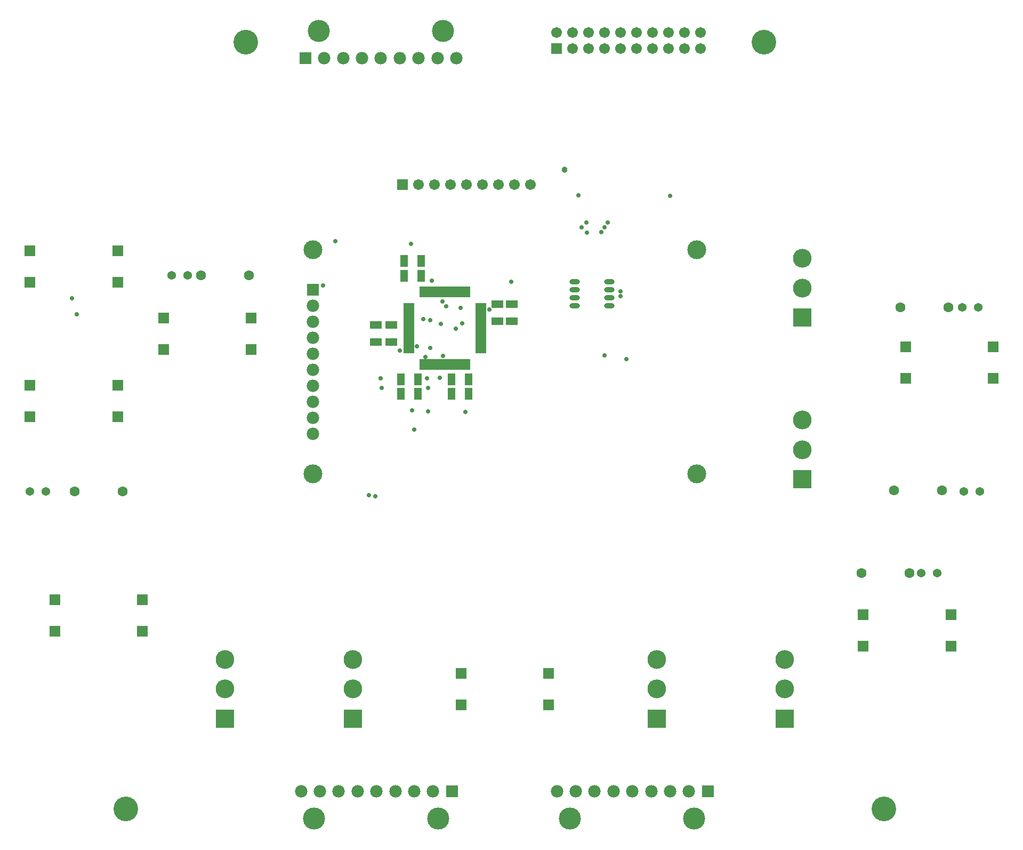
<source format=gts>
G04*
G04 #@! TF.GenerationSoftware,Altium Limited,Altium Designer,20.0.9 (164)*
G04*
G04 Layer_Color=8388736*
%FSLAX25Y25*%
%MOIN*%
G70*
G01*
G75*
%ADD27R,0.05131X0.07493*%
%ADD28R,0.06902X0.07099*%
%ADD29R,0.07493X0.05131*%
%ADD30R,0.01981X0.06509*%
%ADD31R,0.06509X0.01981*%
%ADD32O,0.06509X0.03162*%
%ADD33C,0.05400*%
%ADD34R,0.07800X0.07800*%
%ADD35C,0.07800*%
%ADD36C,0.13800*%
%ADD37C,0.15400*%
%ADD38R,0.06706X0.06706*%
%ADD39C,0.06706*%
%ADD40C,0.06312*%
%ADD41C,0.11800*%
%ADD42R,0.11725X0.11725*%
%ADD43C,0.11725*%
%ADD44C,0.02800*%
%ADD45C,0.03800*%
D27*
X209815Y358000D02*
D03*
X199185D02*
D03*
X197185Y284500D02*
D03*
X207815D02*
D03*
X197185Y293500D02*
D03*
X207815D02*
D03*
X239315Y284500D02*
D03*
X228685D02*
D03*
X239315Y293500D02*
D03*
X228685D02*
D03*
X199185Y367500D02*
D03*
X209815D02*
D03*
D28*
X234539Y109843D02*
D03*
X289461D02*
D03*
X234539Y90157D02*
D03*
X289461D02*
D03*
X48539Y331843D02*
D03*
X103461D02*
D03*
X48539Y312157D02*
D03*
X103461D02*
D03*
X35461Y136157D02*
D03*
X-19461D02*
D03*
X35461Y155843D02*
D03*
X-19461D02*
D03*
X567461Y294157D02*
D03*
X512539D02*
D03*
X567461Y313843D02*
D03*
X512539D02*
D03*
X540961Y126657D02*
D03*
X486039D02*
D03*
X540961Y146343D02*
D03*
X486039D02*
D03*
X-34961Y289843D02*
D03*
X19961D02*
D03*
X-34961Y270157D02*
D03*
X19961D02*
D03*
X-34961Y373843D02*
D03*
X19961D02*
D03*
X-34961Y354157D02*
D03*
X19961D02*
D03*
D29*
X191000Y327315D02*
D03*
Y316685D02*
D03*
X181500Y327315D02*
D03*
Y316685D02*
D03*
X266500Y340500D02*
D03*
Y329870D02*
D03*
X257500Y340315D02*
D03*
Y329685D02*
D03*
D30*
X209736Y348138D02*
D03*
X211705D02*
D03*
X213673D02*
D03*
X215642D02*
D03*
X217610D02*
D03*
X219579D02*
D03*
X221547D02*
D03*
X223516D02*
D03*
X225484D02*
D03*
X227453D02*
D03*
X229421D02*
D03*
X231390D02*
D03*
X233358D02*
D03*
X235327D02*
D03*
X237295D02*
D03*
X239264D02*
D03*
Y302862D02*
D03*
X237295D02*
D03*
X235327D02*
D03*
X233358D02*
D03*
X231390D02*
D03*
X229421D02*
D03*
X227453D02*
D03*
X225484D02*
D03*
X223516D02*
D03*
X221547D02*
D03*
X219579D02*
D03*
X217610D02*
D03*
X215642D02*
D03*
X213673D02*
D03*
X211705D02*
D03*
X209736D02*
D03*
D31*
X247138Y340264D02*
D03*
Y338295D02*
D03*
Y336327D02*
D03*
Y334358D02*
D03*
Y332390D02*
D03*
Y330421D02*
D03*
Y328453D02*
D03*
Y326484D02*
D03*
Y324516D02*
D03*
Y322547D02*
D03*
Y320579D02*
D03*
Y318610D02*
D03*
Y316642D02*
D03*
Y314673D02*
D03*
Y312705D02*
D03*
Y310736D02*
D03*
X201862D02*
D03*
Y312705D02*
D03*
Y314673D02*
D03*
Y316642D02*
D03*
Y318610D02*
D03*
Y320579D02*
D03*
Y322547D02*
D03*
Y324516D02*
D03*
Y326484D02*
D03*
Y328453D02*
D03*
Y330421D02*
D03*
Y332390D02*
D03*
Y334358D02*
D03*
Y336327D02*
D03*
Y338295D02*
D03*
Y340264D02*
D03*
D32*
X327228Y339500D02*
D03*
Y344500D02*
D03*
Y349500D02*
D03*
Y354500D02*
D03*
X305772Y339500D02*
D03*
Y344500D02*
D03*
Y349500D02*
D03*
Y354500D02*
D03*
D33*
X532500Y172500D02*
D03*
X522500D02*
D03*
X559000Y223500D02*
D03*
X549000D02*
D03*
X558000Y338500D02*
D03*
X548000D02*
D03*
X-35000Y223500D02*
D03*
X-25000D02*
D03*
X53559Y358500D02*
D03*
X63559D02*
D03*
D34*
X228950Y36000D02*
D03*
X388950D02*
D03*
X137300Y494000D02*
D03*
X142000Y349500D02*
D03*
D35*
X217150Y36000D02*
D03*
X205350D02*
D03*
X193550D02*
D03*
X181750D02*
D03*
X169950D02*
D03*
X158150D02*
D03*
X146350D02*
D03*
X134550D02*
D03*
X377150D02*
D03*
X365350D02*
D03*
X353550D02*
D03*
X341750D02*
D03*
X329950D02*
D03*
X318150D02*
D03*
X306350D02*
D03*
X294550D02*
D03*
X149100Y494000D02*
D03*
X160900D02*
D03*
X172700D02*
D03*
X184500D02*
D03*
X196300D02*
D03*
X208100D02*
D03*
X219900D02*
D03*
X231700D02*
D03*
X142000Y259500D02*
D03*
Y269500D02*
D03*
Y279500D02*
D03*
Y289500D02*
D03*
Y299500D02*
D03*
Y309500D02*
D03*
Y319500D02*
D03*
Y329500D02*
D03*
Y339500D02*
D03*
D36*
X220450Y19000D02*
D03*
X142850D02*
D03*
X380450D02*
D03*
X302850D02*
D03*
X145800Y511000D02*
D03*
X223400D02*
D03*
D37*
X25000Y25000D02*
D03*
X499000D02*
D03*
X424000Y504000D02*
D03*
X100000D02*
D03*
D38*
X198000Y415000D02*
D03*
X294500Y500000D02*
D03*
D39*
X218000Y415000D02*
D03*
X228000D02*
D03*
X238000D02*
D03*
X248000D02*
D03*
X258000D02*
D03*
X268000D02*
D03*
X278000D02*
D03*
X208000D02*
D03*
X384500Y510000D02*
D03*
X374500D02*
D03*
X364500D02*
D03*
X354500D02*
D03*
X344500D02*
D03*
X334500D02*
D03*
X324500D02*
D03*
X314500D02*
D03*
X304500D02*
D03*
X294500D02*
D03*
X384500Y500000D02*
D03*
X374500D02*
D03*
X364500D02*
D03*
X354500D02*
D03*
X344500D02*
D03*
X334500D02*
D03*
X324500D02*
D03*
X314500D02*
D03*
X304500D02*
D03*
D40*
X102000Y358500D02*
D03*
X72000D02*
D03*
X485000Y172500D02*
D03*
X515000D02*
D03*
X535500Y224000D02*
D03*
X505500D02*
D03*
X-7000Y223500D02*
D03*
X23000D02*
D03*
X509500Y338500D02*
D03*
X539500D02*
D03*
D41*
X142000Y374500D02*
D03*
Y234500D02*
D03*
X382000D02*
D03*
Y374500D02*
D03*
D42*
X87000Y81500D02*
D03*
X167000D02*
D03*
X357000D02*
D03*
X448000Y231000D02*
D03*
Y332000D02*
D03*
X437000Y81500D02*
D03*
D43*
X87000Y100004D02*
D03*
Y118508D02*
D03*
X167000Y100004D02*
D03*
Y118508D02*
D03*
X357000Y100004D02*
D03*
Y118508D02*
D03*
X448000Y249504D02*
D03*
Y268008D02*
D03*
Y369008D02*
D03*
Y350504D02*
D03*
X437000Y100004D02*
D03*
Y118508D02*
D03*
D44*
X203500Y378000D02*
D03*
X197000Y284500D02*
D03*
Y293500D02*
D03*
X228500Y293000D02*
D03*
Y284500D02*
D03*
X148500Y352000D02*
D03*
X327378Y354500D02*
D03*
X305505Y349500D02*
D03*
X191000Y327315D02*
D03*
X181500D02*
D03*
X266500Y329870D02*
D03*
X257500Y329685D02*
D03*
X199185Y358000D02*
D03*
Y367500D02*
D03*
X156050Y379950D02*
D03*
X334500Y348500D02*
D03*
Y345500D02*
D03*
X326500Y391500D02*
D03*
X324500Y388500D02*
D03*
X322500Y385500D02*
D03*
X266000Y354500D02*
D03*
X-5500Y334000D02*
D03*
X181000Y220500D02*
D03*
X177000Y221000D02*
D03*
X252500Y337000D02*
D03*
X216500Y355000D02*
D03*
X207000Y314000D02*
D03*
X213500Y294000D02*
D03*
X214000Y273500D02*
D03*
X205500Y262000D02*
D03*
X204000Y274000D02*
D03*
X214000Y288000D02*
D03*
X185000D02*
D03*
X184500Y294000D02*
D03*
X212500Y307500D02*
D03*
X215500Y313000D02*
D03*
X237500Y273000D02*
D03*
X215500Y330500D02*
D03*
X196500Y311500D02*
D03*
X-8500Y344000D02*
D03*
X231445Y325055D02*
D03*
X338000Y306000D02*
D03*
X324500Y308500D02*
D03*
X235500Y328500D02*
D03*
X222000Y328000D02*
D03*
X310000Y388500D02*
D03*
X313500Y385000D02*
D03*
X211000Y331000D02*
D03*
X223000Y342000D02*
D03*
X225500Y339000D02*
D03*
X365500Y408000D02*
D03*
X308000Y408500D02*
D03*
X313000Y391500D02*
D03*
X234500Y338000D02*
D03*
X223500Y308000D02*
D03*
X221500Y294500D02*
D03*
D45*
X299500Y424500D02*
D03*
M02*

</source>
